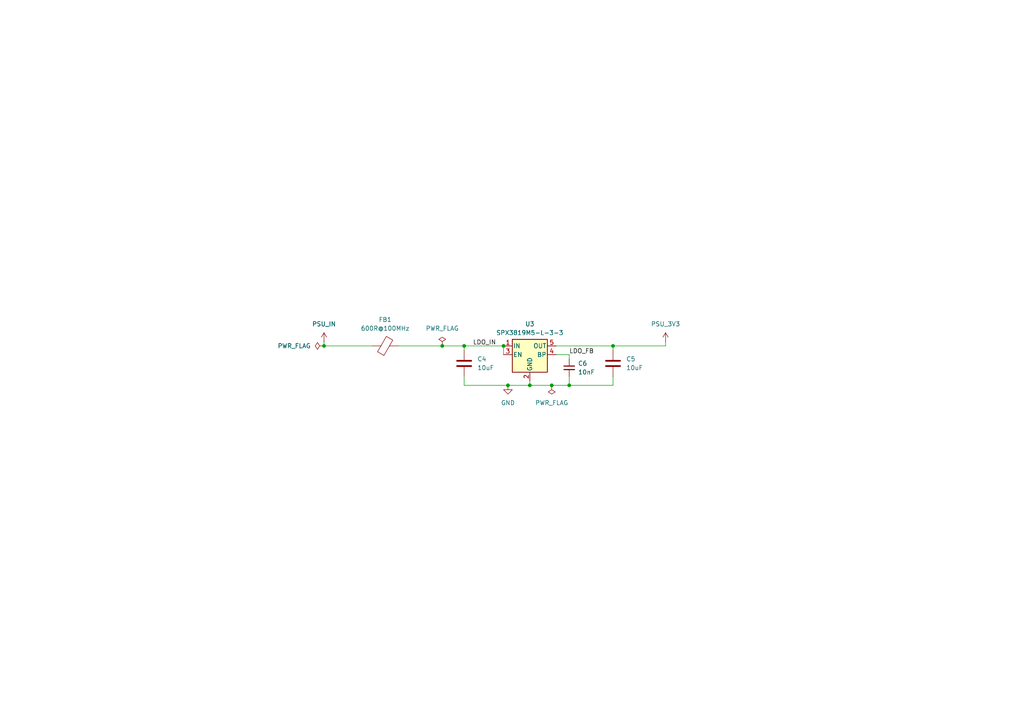
<source format=kicad_sch>
(kicad_sch (version 20250114) (generator "eeschema") (generator_version "9.0")
  (paper "A4")
  (lib_symbols
    (symbol "psu-spx3819_symbols:+3.3V" (power) (pin_numbers (hide yes)) (pin_names (offset 0) (hide yes))
      (property "Value" "+3.3V" (at 0 3.556 0))
      (symbol "+3.3V_0_1"
        (polyline (pts (xy -0.762 1.27) (xy 0 2.54)))
        (polyline (pts (xy 0 2.54) (xy 0.762 1.27)))
        (polyline (pts (xy 0 0) (xy 0 2.54)))
      )
      (symbol "+3.3V_1_1"
        (pin power_in line (at 0 0 90) (length 0) (name "~") (number "1"))
      )
    )
    (symbol "psu-spx3819_symbols:C" (pin_numbers (hide yes)) (pin_names (offset 0.254))
      (property "Reference" "C" (at 0.635 2.54 0))
      (property "Value" "C" (at 0.635 -2.54 0))
      (symbol "C_0_1"
        (polyline (pts (xy -2.032 0.762) (xy 2.032 0.762)) (stroke (width 0.508)))
        (polyline (pts (xy -2.032 -0.762) (xy 2.032 -0.762)) (stroke (width 0.508)))
      )
      (symbol "C_1_1"
        (pin passive line (at 0 3.81 270) (length 2.794) (name "~") (number "1"))
        (pin passive line (at 0 -3.81 90) (length 2.794) (name "~") (number "2"))
      )
    )
    (symbol "psu-spx3819_symbols:C_Small" (pin_numbers (hide yes)) (pin_names (offset 0.254) (hide yes))
      (property "Reference" "C" (at 0.254 1.778 0))
      (property "Value" "C_Small" (at 0.254 -2.032 0))
      (symbol "C_Small_0_1"
        (polyline (pts (xy -1.524 0.508) (xy 1.524 0.508)) (stroke (width 0.3048)))
        (polyline (pts (xy -1.524 -0.508) (xy 1.524 -0.508)) (stroke (width 0.3302)))
      )
      (symbol "C_Small_1_1"
        (pin passive line (at 0 2.54 270) (length 2.032) (name "~") (number "1"))
        (pin passive line (at 0 -2.54 90) (length 2.032) (name "~") (number "2"))
      )
    )
    (symbol "psu-spx3819_symbols:FerriteBead" (pin_numbers (hide yes)) (pin_names (offset 0))
      (property "Reference" "FB" (at -3.81 0.635 90))
      (property "Value" "FerriteBead" (at 3.81 0 90))
      (symbol "FerriteBead_0_1"
        (polyline (pts (xy -2.7686 0.4064) (xy -1.7018 2.2606) (xy 2.7686 -0.3048) (xy 1.6764 -2.159) (xy -2.7686 0.4064)))
        (polyline (pts (xy 0 1.27) (xy 0 1.2954)))
        (polyline (pts (xy 0 -1.27) (xy 0 -1.2192)))
      )
      (symbol "FerriteBead_1_1"
        (pin passive line (at 0 3.81 270) (length 2.54) (name "~") (number "1"))
        (pin passive line (at 0 -3.81 90) (length 2.54) (name "~") (number "2"))
      )
    )
    (symbol "psu-spx3819_symbols:GND" (power) (pin_numbers (hide yes)) (pin_names (offset 0) (hide yes))
      (property "Value" "GND" (at 0 -3.81 0))
      (symbol "GND_0_1"
        (polyline (pts (xy 0 0) (xy 0 -1.27) (xy 1.27 -1.27) (xy 0 -2.54) (xy -1.27 -1.27) (xy 0 -1.27)))
      )
      (symbol "GND_1_1"
        (pin power_in line (at 0 0 270) (length 0) (name "~") (number "1"))
      )
    )
    (symbol "psu-spx3819_symbols:PWR_FLAG" (power) (pin_numbers (hide yes)) (pin_names (offset 0) (hide yes))
      (property "Value" "PWR_FLAG" (at 0 3.81 0))
      (symbol "PWR_FLAG_0_0"
        (pin power_out line (at 0 0 90) (length 0) (name "~") (number "1"))
      )
      (symbol "PWR_FLAG_0_1"
        (polyline (pts (xy 0 0) (xy 0 1.27) (xy -1.016 1.905) (xy 0 2.54) (xy 1.016 1.905) (xy 0 1.27)))
      )
    )
    (symbol "psu-spx3819_symbols:SPX3819M5-L-3-3" (pin_names (offset 0.254))
      (property "Reference" "U" (at -3.81 5.715 0))
      (property "Value" "SPX3819M5-L-3-3" (at 0 5.715 0))
      (symbol "SPX3819M5-L-3-3_0_1"
        (rectangle (start -5.08 4.445) (end 5.08 -5.08) (stroke (width 0.254)) (fill (type background)))
      )
      (symbol "SPX3819M5-L-3-3_1_1"
        (pin power_in line (at -7.62 2.54 0) (length 2.54) (name "IN") (number "1"))
        (pin input line (at -7.62 0 0) (length 2.54) (name "EN") (number "3"))
        (pin power_in line (at 0 -7.62 90) (length 2.54) (name "GND") (number "2"))
        (pin power_out line (at 7.62 2.54 180) (length 2.54) (name "OUT") (number "5"))
        (pin input line (at 7.62 0 180) (length 2.54) (name "BP") (number "4"))
      )
    )
    (symbol "psu-spx3819_symbols:VBUS" (power) (pin_numbers (hide yes)) (pin_names (offset 0) (hide yes))
      (property "Value" "VBUS" (at 0 3.556 0))
      (symbol "VBUS_0_1"
        (polyline (pts (xy -0.762 1.27) (xy 0 2.54)))
        (polyline (pts (xy 0 2.54) (xy 0.762 1.27)))
        (polyline (pts (xy 0 0) (xy 0 2.54)))
      )
      (symbol "VBUS_1_1"
        (pin power_in line (at 0 0 90) (length 0) (name "~") (number "1"))
      )
    )
  )
  (junction (at 128.27 100.33))
  (junction (at 134.62 100.33))
  (junction (at 147.32 111.76))
  (junction (at 165.1 111.76))
  (junction (at 153.67 111.76))
  (junction (at 146.05 100.33))
  (junction (at 177.8 100.33))
  (junction (at 160.02 111.76))
  (junction (at 93.98 100.33))
  (wire (pts (xy 147.32 111.76) (xy 153.67 111.76)))
  (wire (pts (xy 160.02 111.76) (xy 165.1 111.76)))
  (wire (pts (xy 115.57 100.33) (xy 128.27 100.33)))
  (wire (pts (xy 134.62 100.33) (xy 134.62 101.6)))
  (wire (pts (xy 146.05 100.33) (xy 146.05 102.87)))
  (wire (pts (xy 161.29 102.87) (xy 165.1 102.87)))
  (wire (pts (xy 93.98 99.06) (xy 93.98 100.33)))
  (wire (pts (xy 134.62 100.33) (xy 146.05 100.33)))
  (wire (pts (xy 153.67 111.76) (xy 153.67 110.49)))
  (wire (pts (xy 134.62 109.22) (xy 134.62 111.76)))
  (wire (pts (xy 128.27 100.33) (xy 134.62 100.33)))
  (wire (pts (xy 93.98 100.33) (xy 107.95 100.33)))
  (wire (pts (xy 177.8 111.76) (xy 177.8 109.22)))
  (wire (pts (xy 177.8 101.6) (xy 177.8 100.33)))
  (wire (pts (xy 193.04 99.06) (xy 193.04 100.33)))
  (wire (pts (xy 165.1 109.22) (xy 165.1 111.76)))
  (wire (pts (xy 153.67 111.76) (xy 160.02 111.76)))
  (wire (pts (xy 161.29 100.33) (xy 177.8 100.33)))
  (wire (pts (xy 177.8 100.33) (xy 193.04 100.33)))
  (wire (pts (xy 134.62 111.76) (xy 147.32 111.76)))
  (wire (pts (xy 165.1 102.87) (xy 165.1 104.14)))
  (wire (pts (xy 165.1 111.76) (xy 177.8 111.76)))
  (label "LDO_IN" (at 137.16 100.33 0))
  (label "LDO_FB" (at 165.1 102.87 0))
  (symbol (lib_id "psu-spx3819_symbols:SPX3819M5-L-3-3") (at 153.67 102.87 0) (unit 1)
    (property "Reference" "U3" (at 153.67 93.98 0))
    (property "Value" "SPX3819M5-L-3-3" (at 153.67 96.52 0))
    (property "Footprint" "Package_TO_SOT_SMD:SOT-23-5" (effects (hide yes)))
    (property "Datasheet" "https://www.exar.com/content/document.ashx?id=22106&languageid=1033&type=Datasheet&partnumber=SPX3819&filename=SPX3819.pdf&part=SPX3819" (effects (hide yes)))
    (property "Description" "500mA Low drop-out regulator, Fixed Output 3.3V, SOT-23-5" (effects (hide yes)))
  )
  (symbol (lib_id "psu-spx3819_symbols:C") (at 177.8 105.41 0) (unit 1)
    (property "Reference" "C5" (at 181.61 104.1399 0) (effects (justify left)))
    (property "Value" "10uF" (at 181.61 106.6799 0) (effects (justify left)))
    (property "Footprint" "Capacitor_SMD:C_1206_3216Metric" (effects (hide yes)))
    (property "Description" "Unpolarized capacitor" (effects (hide yes)))
  )
  (symbol (lib_id "psu-spx3819_symbols:PWR_FLAG") (at 128.27 100.33 0) (unit 1)
    (property "Reference" "#FLG01" (effects (hide yes)))
    (property "Value" "PWR_FLAG" (at 128.27 95.25 0))
    (property "Description" "Special symbol for telling ERC where power comes from" (effects (hide yes)))
  )
  (symbol (lib_id "psu-spx3819_symbols:FerriteBead") (at 111.76 100.33 90) (unit 1)
    (property "Reference" "FB1" (at 111.7092 92.71 90))
    (property "Value" "600R@100MHz" (at 111.7092 95.25 90))
    (property "Footprint" "Inductor_SMD:L_0805_2012Metric" (effects (hide yes)))
    (property "Description" "Ferrite bead" (effects (hide yes)))
  )
  (symbol (lib_id "psu-spx3819_symbols:+3.3V") (at 193.04 99.06 0) (unit 1)
    (property "Reference" "#PWR01" (effects (hide yes)))
    (property "Value" "PSU_3V3" (at 193.04 93.98 0))
    (property "Description" "Power symbol creates a global label with name \"+3.3V\"" (effects (hide yes)))
  )
  (symbol (lib_id "psu-spx3819_symbols:VBUS") (at 93.98 99.06 0) (unit 1)
    (property "Reference" "#PWR02" (effects (hide yes)))
    (property "Value" "PSU_IN" (at 93.98 93.98 0))
    (property "Description" "Power symbol creates a global label with name \"VBUS\"" (effects (hide yes)))
  )
  (symbol (lib_id "psu-spx3819_symbols:PWR_FLAG") (at 160.02 111.76 180) (unit 1)
    (property "Reference" "#FLG02" (effects (hide yes)))
    (property "Value" "PWR_FLAG" (at 160.02 116.84 0))
    (property "Description" "Special symbol for telling ERC where power comes from" (effects (hide yes)))
  )
  (symbol (lib_id "psu-spx3819_symbols:C_Small") (at 165.1 106.68 0) (unit 1)
    (property "Reference" "C6" (at 167.64 105.4162 0) (effects (justify left)))
    (property "Value" "10nF" (at 167.64 107.9562 0) (effects (justify left)))
    (property "Footprint" "Capacitor_SMD:C_0805_2012Metric" (effects (hide yes)))
    (property "Description" "Unpolarized capacitor, small symbol" (effects (hide yes)))
  )
  (symbol (lib_id "psu-spx3819_symbols:C") (at 134.62 105.41 0) (unit 1)
    (property "Reference" "C4" (at 138.43 104.1399 0) (effects (justify left)))
    (property "Value" "10uF" (at 138.43 106.6799 0) (effects (justify left)))
    (property "Footprint" "Capacitor_SMD:C_1206_3216Metric" (effects (hide yes)))
    (property "Description" "Unpolarized capacitor" (effects (hide yes)))
  )
  (symbol (lib_id "psu-spx3819_symbols:GND") (at 147.32 111.76 0) (unit 1)
    (property "Reference" "#PWR07" (effects (hide yes)))
    (property "Value" "GND" (at 147.32 116.84 0))
    (property "Description" "Power symbol creates a global label with name \"GND\" , ground" (effects (hide yes)))
  )
  (symbol (lib_id "psu-spx3819_symbols:PWR_FLAG") (at 93.98 100.33 90) (unit 1)
    (property "Reference" "#FLG04" (effects (hide yes)))
    (property "Value" "PWR_FLAG" (at 90.17 100.3299 90) (effects (justify left)))
    (property "Description" "Special symbol for telling ERC where power comes from" (effects (hide yes)))
  )
)
</source>
